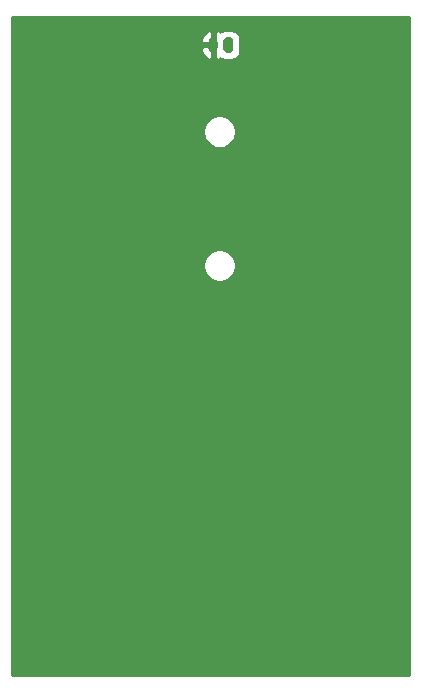
<source format=gbr>
%TF.GenerationSoftware,KiCad,Pcbnew,(5.1.10)-1*%
%TF.CreationDate,2022-04-29T17:40:20-06:00*%
%TF.ProjectId,CTRL,4354524c-2e6b-4696-9361-645f70636258,rev?*%
%TF.SameCoordinates,Original*%
%TF.FileFunction,Copper,L2,Bot*%
%TF.FilePolarity,Positive*%
%FSLAX46Y46*%
G04 Gerber Fmt 4.6, Leading zero omitted, Abs format (unit mm)*
G04 Created by KiCad (PCBNEW (5.1.10)-1) date 2022-04-29 17:40:20*
%MOMM*%
%LPD*%
G01*
G04 APERTURE LIST*
%TA.AperFunction,ComponentPad*%
%ADD10O,0.800000X1.300000*%
%TD*%
%TA.AperFunction,Conductor*%
%ADD11C,0.254000*%
%TD*%
%TA.AperFunction,Conductor*%
%ADD12C,0.100000*%
%TD*%
G04 APERTURE END LIST*
D10*
%TO.P,J2,2*%
%TO.N,Net-(BT1-Pad2)*%
X117750000Y-53000000D03*
%TO.P,J2,1*%
%TO.N,Net-(J2-Pad1)*%
%TA.AperFunction,ComponentPad*%
G36*
G01*
X119400000Y-52550000D02*
X119400000Y-53450000D01*
G75*
G02*
X119200000Y-53650000I-200000J0D01*
G01*
X118800000Y-53650000D01*
G75*
G02*
X118600000Y-53450000I0J200000D01*
G01*
X118600000Y-52550000D01*
G75*
G02*
X118800000Y-52350000I200000J0D01*
G01*
X119200000Y-52350000D01*
G75*
G02*
X119400000Y-52550000I0J-200000D01*
G01*
G37*
%TD.AperFunction*%
%TD*%
D11*
%TO.N,Net-(BT1-Pad2)*%
X134340001Y-106340000D02*
X100660000Y-106340000D01*
X100660000Y-71513589D01*
X116865000Y-71513589D01*
X116865000Y-71786411D01*
X116918225Y-72053989D01*
X117022629Y-72306043D01*
X117174201Y-72532886D01*
X117367114Y-72725799D01*
X117593957Y-72877371D01*
X117846011Y-72981775D01*
X118113589Y-73035000D01*
X118386411Y-73035000D01*
X118653989Y-72981775D01*
X118906043Y-72877371D01*
X119132886Y-72725799D01*
X119325799Y-72532886D01*
X119477371Y-72306043D01*
X119581775Y-72053989D01*
X119635000Y-71786411D01*
X119635000Y-71513589D01*
X119581775Y-71246011D01*
X119477371Y-70993957D01*
X119325799Y-70767114D01*
X119132886Y-70574201D01*
X118906043Y-70422629D01*
X118653989Y-70318225D01*
X118386411Y-70265000D01*
X118113589Y-70265000D01*
X117846011Y-70318225D01*
X117593957Y-70422629D01*
X117367114Y-70574201D01*
X117174201Y-70767114D01*
X117022629Y-70993957D01*
X116918225Y-71246011D01*
X116865000Y-71513589D01*
X100660000Y-71513589D01*
X100660000Y-60213589D01*
X116865000Y-60213589D01*
X116865000Y-60486411D01*
X116918225Y-60753989D01*
X117022629Y-61006043D01*
X117174201Y-61232886D01*
X117367114Y-61425799D01*
X117593957Y-61577371D01*
X117846011Y-61681775D01*
X118113589Y-61735000D01*
X118386411Y-61735000D01*
X118653989Y-61681775D01*
X118906043Y-61577371D01*
X119132886Y-61425799D01*
X119325799Y-61232886D01*
X119477371Y-61006043D01*
X119581775Y-60753989D01*
X119635000Y-60486411D01*
X119635000Y-60213589D01*
X119581775Y-59946011D01*
X119477371Y-59693957D01*
X119325799Y-59467114D01*
X119132886Y-59274201D01*
X118906043Y-59122629D01*
X118653989Y-59018225D01*
X118386411Y-58965000D01*
X118113589Y-58965000D01*
X117846011Y-59018225D01*
X117593957Y-59122629D01*
X117367114Y-59274201D01*
X117174201Y-59467114D01*
X117022629Y-59693957D01*
X116918225Y-59946011D01*
X116865000Y-60213589D01*
X100660000Y-60213589D01*
X100660000Y-53291599D01*
X116701082Y-53291599D01*
X116729352Y-53495433D01*
X116796845Y-53689836D01*
X116900967Y-53867336D01*
X117037717Y-54021112D01*
X117201840Y-54145255D01*
X117387028Y-54234994D01*
X117463877Y-54244666D01*
X117623000Y-54116998D01*
X117623000Y-53127000D01*
X116866238Y-53127000D01*
X116701082Y-53291599D01*
X100660000Y-53291599D01*
X100660000Y-52708401D01*
X116701082Y-52708401D01*
X116866238Y-52873000D01*
X117623000Y-52873000D01*
X117623000Y-51883002D01*
X117877000Y-51883002D01*
X117877000Y-52873000D01*
X117897000Y-52873000D01*
X117897000Y-53127000D01*
X117877000Y-53127000D01*
X117877000Y-54116998D01*
X118036123Y-54244666D01*
X118112972Y-54234994D01*
X118298160Y-54145255D01*
X118316015Y-54131749D01*
X118334392Y-54146831D01*
X118479284Y-54224278D01*
X118636500Y-54271969D01*
X118800000Y-54288072D01*
X119200000Y-54288072D01*
X119363500Y-54271969D01*
X119520716Y-54224278D01*
X119665608Y-54146831D01*
X119792606Y-54042606D01*
X119896831Y-53915608D01*
X119974278Y-53770716D01*
X120021969Y-53613500D01*
X120038072Y-53450000D01*
X120038072Y-52550000D01*
X120021969Y-52386500D01*
X119974278Y-52229284D01*
X119896831Y-52084392D01*
X119792606Y-51957394D01*
X119665608Y-51853169D01*
X119520716Y-51775722D01*
X119363500Y-51728031D01*
X119200000Y-51711928D01*
X118800000Y-51711928D01*
X118636500Y-51728031D01*
X118479284Y-51775722D01*
X118334392Y-51853169D01*
X118316015Y-51868251D01*
X118298160Y-51854745D01*
X118112972Y-51765006D01*
X118036123Y-51755334D01*
X117877000Y-51883002D01*
X117623000Y-51883002D01*
X117463877Y-51755334D01*
X117387028Y-51765006D01*
X117201840Y-51854745D01*
X117037717Y-51978888D01*
X116900967Y-52132664D01*
X116796845Y-52310164D01*
X116729352Y-52504567D01*
X116701082Y-52708401D01*
X100660000Y-52708401D01*
X100660000Y-50660000D01*
X134340000Y-50660000D01*
X134340001Y-106340000D01*
%TA.AperFunction,Conductor*%
D12*
G36*
X134340001Y-106340000D02*
G01*
X100660000Y-106340000D01*
X100660000Y-71513589D01*
X116865000Y-71513589D01*
X116865000Y-71786411D01*
X116918225Y-72053989D01*
X117022629Y-72306043D01*
X117174201Y-72532886D01*
X117367114Y-72725799D01*
X117593957Y-72877371D01*
X117846011Y-72981775D01*
X118113589Y-73035000D01*
X118386411Y-73035000D01*
X118653989Y-72981775D01*
X118906043Y-72877371D01*
X119132886Y-72725799D01*
X119325799Y-72532886D01*
X119477371Y-72306043D01*
X119581775Y-72053989D01*
X119635000Y-71786411D01*
X119635000Y-71513589D01*
X119581775Y-71246011D01*
X119477371Y-70993957D01*
X119325799Y-70767114D01*
X119132886Y-70574201D01*
X118906043Y-70422629D01*
X118653989Y-70318225D01*
X118386411Y-70265000D01*
X118113589Y-70265000D01*
X117846011Y-70318225D01*
X117593957Y-70422629D01*
X117367114Y-70574201D01*
X117174201Y-70767114D01*
X117022629Y-70993957D01*
X116918225Y-71246011D01*
X116865000Y-71513589D01*
X100660000Y-71513589D01*
X100660000Y-60213589D01*
X116865000Y-60213589D01*
X116865000Y-60486411D01*
X116918225Y-60753989D01*
X117022629Y-61006043D01*
X117174201Y-61232886D01*
X117367114Y-61425799D01*
X117593957Y-61577371D01*
X117846011Y-61681775D01*
X118113589Y-61735000D01*
X118386411Y-61735000D01*
X118653989Y-61681775D01*
X118906043Y-61577371D01*
X119132886Y-61425799D01*
X119325799Y-61232886D01*
X119477371Y-61006043D01*
X119581775Y-60753989D01*
X119635000Y-60486411D01*
X119635000Y-60213589D01*
X119581775Y-59946011D01*
X119477371Y-59693957D01*
X119325799Y-59467114D01*
X119132886Y-59274201D01*
X118906043Y-59122629D01*
X118653989Y-59018225D01*
X118386411Y-58965000D01*
X118113589Y-58965000D01*
X117846011Y-59018225D01*
X117593957Y-59122629D01*
X117367114Y-59274201D01*
X117174201Y-59467114D01*
X117022629Y-59693957D01*
X116918225Y-59946011D01*
X116865000Y-60213589D01*
X100660000Y-60213589D01*
X100660000Y-53291599D01*
X116701082Y-53291599D01*
X116729352Y-53495433D01*
X116796845Y-53689836D01*
X116900967Y-53867336D01*
X117037717Y-54021112D01*
X117201840Y-54145255D01*
X117387028Y-54234994D01*
X117463877Y-54244666D01*
X117623000Y-54116998D01*
X117623000Y-53127000D01*
X116866238Y-53127000D01*
X116701082Y-53291599D01*
X100660000Y-53291599D01*
X100660000Y-52708401D01*
X116701082Y-52708401D01*
X116866238Y-52873000D01*
X117623000Y-52873000D01*
X117623000Y-51883002D01*
X117877000Y-51883002D01*
X117877000Y-52873000D01*
X117897000Y-52873000D01*
X117897000Y-53127000D01*
X117877000Y-53127000D01*
X117877000Y-54116998D01*
X118036123Y-54244666D01*
X118112972Y-54234994D01*
X118298160Y-54145255D01*
X118316015Y-54131749D01*
X118334392Y-54146831D01*
X118479284Y-54224278D01*
X118636500Y-54271969D01*
X118800000Y-54288072D01*
X119200000Y-54288072D01*
X119363500Y-54271969D01*
X119520716Y-54224278D01*
X119665608Y-54146831D01*
X119792606Y-54042606D01*
X119896831Y-53915608D01*
X119974278Y-53770716D01*
X120021969Y-53613500D01*
X120038072Y-53450000D01*
X120038072Y-52550000D01*
X120021969Y-52386500D01*
X119974278Y-52229284D01*
X119896831Y-52084392D01*
X119792606Y-51957394D01*
X119665608Y-51853169D01*
X119520716Y-51775722D01*
X119363500Y-51728031D01*
X119200000Y-51711928D01*
X118800000Y-51711928D01*
X118636500Y-51728031D01*
X118479284Y-51775722D01*
X118334392Y-51853169D01*
X118316015Y-51868251D01*
X118298160Y-51854745D01*
X118112972Y-51765006D01*
X118036123Y-51755334D01*
X117877000Y-51883002D01*
X117623000Y-51883002D01*
X117463877Y-51755334D01*
X117387028Y-51765006D01*
X117201840Y-51854745D01*
X117037717Y-51978888D01*
X116900967Y-52132664D01*
X116796845Y-52310164D01*
X116729352Y-52504567D01*
X116701082Y-52708401D01*
X100660000Y-52708401D01*
X100660000Y-50660000D01*
X134340000Y-50660000D01*
X134340001Y-106340000D01*
G37*
%TD.AperFunction*%
%TD*%
M02*

</source>
